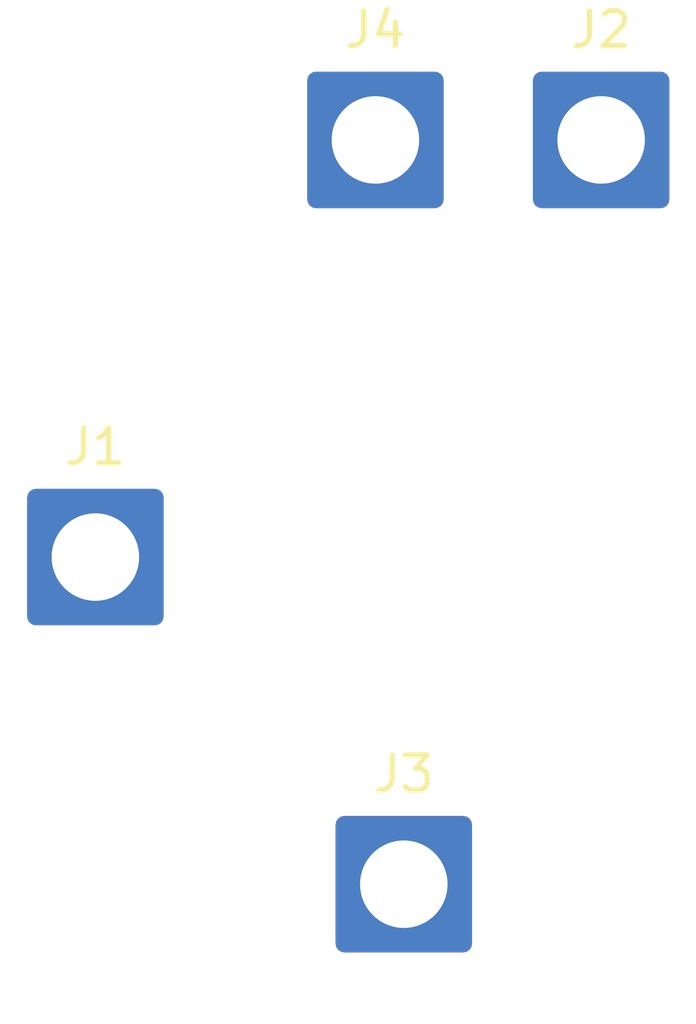
<source format=kicad_pcb>
(kicad_pcb (version 20211014) (generator pcbnew)
  (layers (0 "F.Cu" signal) (31 "B.Cu" signal) (34 "B.Paste" user) (35 "F.Paste" user) (36 "B.SilkS" user "B.Silkscreen") (37 "F.SilkS" user "F.Silkscreen") (38 "B.Mask" user) (39 "F.Mask" user) (44 "Edge.Cuts" user))
  (net 0 "")
  (net 1 "Net-(J1-Pad1)")
  (footprint "Connector_Wire:SolderWire-2sqmm_1x01_D2mm_OD3.9mm" (layer "F.Cu") (at 112.3712 63.2904)
    (fp_text reference "J4" (at 0 -3.15) (layer "F.SilkS"))
    (fp_text value "PH_C")
    (pad "1" thru_hole roundrect (at 0 0) (size 3.9 3.9) (drill 2.5) (layers *.Cu *.Mask) (roundrect_rratio 0.064103) (net 1 "Net-(J1-Pad1)"))
  )
  (footprint "Connector_Wire:SolderWire-2sqmm_1x01_D2mm_OD3.9mm" (layer "F.Cu") (at 113.1824 84.5566)
    (fp_text reference "J3" (at 0 -3.15) (layer "F.SilkS"))
    (fp_text value "PH_0")
    (pad "1" thru_hole roundrect (at 0 0) (size 3.9 3.9) (drill 2.5) (layers *.Cu *.Mask) (roundrect_rratio 0.064103) (net 1 "Net-(J1-Pad1)"))
  )
  (footprint "Connector_Wire:SolderWire-2sqmm_1x01_D2mm_OD3.9mm" (layer "F.Cu") (at 104.3686 75.2094)
    (fp_text reference "J1" (at 0 -3.15) (layer "F.SilkS"))
    (fp_text value "PH_A")
    (pad "1" thru_hole roundrect (at 0 0) (size 3.9 3.9) (drill 2.5) (layers *.Cu *.Mask) (roundrect_rratio 0.064103) (net 1 "Net-(J1-Pad1)"))
  )
  (footprint "Connector_Wire:SolderWire-2sqmm_1x01_D2mm_OD3.9mm" (layer "F.Cu") (at 118.8212 63.2904)
    (fp_text reference "J2" (at 0 -3.15) (layer "F.SilkS"))
    (fp_text value "PH_B")
    (pad "1" thru_hole roundrect (at 0 0) (size 3.9 3.9) (drill 2.5) (layers *.Cu *.Mask) (roundrect_rratio 0.064103) (net 1 "Net-(J1-Pad1)"))
  )
)
</source>
